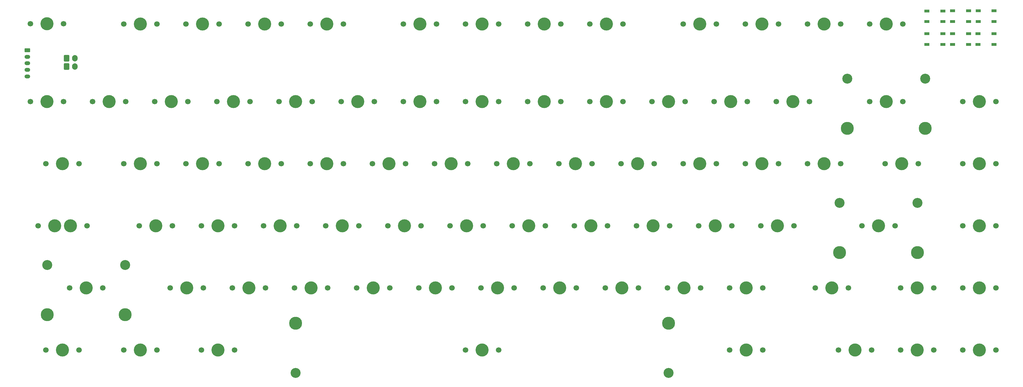
<source format=gbr>
%TF.GenerationSoftware,KiCad,Pcbnew,8.99.0-829-g0984af1676*%
%TF.CreationDate,2024-04-27T09:25:59+07:00*%
%TF.ProjectId,Nuxros75,4e757872-6f73-4373-952e-6b696361645f,rev?*%
%TF.SameCoordinates,Original*%
%TF.FileFunction,Soldermask,Top*%
%TF.FilePolarity,Negative*%
%FSLAX46Y46*%
G04 Gerber Fmt 4.6, Leading zero omitted, Abs format (unit mm)*
G04 Created by KiCad (PCBNEW 8.99.0-829-g0984af1676) date 2024-04-27 09:25:59*
%MOMM*%
%LPD*%
G01*
G04 APERTURE LIST*
G04 Aperture macros list*
%AMRoundRect*
0 Rectangle with rounded corners*
0 $1 Rounding radius*
0 $2 $3 $4 $5 $6 $7 $8 $9 X,Y pos of 4 corners*
0 Add a 4 corners polygon primitive as box body*
4,1,4,$2,$3,$4,$5,$6,$7,$8,$9,$2,$3,0*
0 Add four circle primitives for the rounded corners*
1,1,$1+$1,$2,$3*
1,1,$1+$1,$4,$5*
1,1,$1+$1,$6,$7*
1,1,$1+$1,$8,$9*
0 Add four rect primitives between the rounded corners*
20,1,$1+$1,$2,$3,$4,$5,0*
20,1,$1+$1,$4,$5,$6,$7,0*
20,1,$1+$1,$6,$7,$8,$9,0*
20,1,$1+$1,$8,$9,$2,$3,0*%
G04 Aperture macros list end*
%ADD10C,1.700000*%
%ADD11C,4.000000*%
%ADD12RoundRect,0.250000X-0.625000X0.350000X-0.625000X-0.350000X0.625000X-0.350000X0.625000X0.350000X0*%
%ADD13O,1.750000X1.200000*%
%ADD14C,3.048000*%
%ADD15C,3.987800*%
%ADD16RoundRect,0.250000X-0.600000X-0.750000X0.600000X-0.750000X0.600000X0.750000X-0.600000X0.750000X0*%
%ADD17O,1.700000X2.000000*%
%ADD18R,1.500000X0.900000*%
G04 APERTURE END LIST*
D10*
%TO.C,SW64*%
X-163697500Y-110580000D03*
D11*
X-158617500Y-110580000D03*
D10*
X-153537500Y-110580000D03*
%TD*%
%TO.C,SW24*%
X-111310000Y-53430000D03*
D11*
X-106230000Y-53430000D03*
D10*
X-101150000Y-53430000D03*
%TD*%
%TO.C,SW6*%
X-149390000Y-29620000D03*
D11*
X-144310000Y-29620000D03*
D10*
X-139230000Y-29620000D03*
%TD*%
%TO.C,SW28*%
X-35110000Y-53430000D03*
D11*
X-30030000Y-53430000D03*
D10*
X-24950000Y-53430000D03*
%TD*%
%TO.C,SW13*%
X-6540000Y-29620000D03*
D11*
X-1460000Y-29620000D03*
D10*
X3620000Y-29620000D03*
%TD*%
%TO.C,SW75*%
X-235135000Y-129630000D03*
D11*
X-230055000Y-129630000D03*
D10*
X-224975000Y-129630000D03*
%TD*%
%TO.C,SW41*%
X-63685000Y-72480000D03*
D11*
X-58605000Y-72480000D03*
D10*
X-53525000Y-72480000D03*
%TD*%
%TO.C,SW1*%
X-263720000Y-29590000D03*
D11*
X-258640000Y-29590000D03*
D10*
X-253560000Y-29590000D03*
%TD*%
%TO.C,SW67*%
X-106547500Y-110580000D03*
D11*
X-101467500Y-110580000D03*
D10*
X-96387500Y-110580000D03*
%TD*%
%TO.C,SW42*%
X-44635000Y-72480000D03*
D11*
X-39555000Y-72480000D03*
D10*
X-34475000Y-72480000D03*
%TD*%
%TO.C,SW11*%
X-44640000Y-29620000D03*
D11*
X-39560000Y-29620000D03*
D10*
X-34480000Y-29620000D03*
%TD*%
%TO.C,SW20*%
X-187510000Y-53430000D03*
D11*
X-182430000Y-53430000D03*
D10*
X-177350000Y-53430000D03*
%TD*%
%TO.C,SW26*%
X-73210000Y-53430000D03*
D11*
X-68130000Y-53430000D03*
D10*
X-63050000Y-53430000D03*
%TD*%
%TO.C,SW88*%
X22040000Y-129630000D03*
D11*
X27120000Y-129630000D03*
D10*
X32200000Y-129630000D03*
%TD*%
D12*
%TO.C,J2*%
X-264700000Y-37700000D03*
D13*
X-264700000Y-39700000D03*
X-264700000Y-41700000D03*
X-264700000Y-43700000D03*
X-264700000Y-45700000D03*
%TD*%
D10*
%TO.C,SW63*%
X-182747500Y-110580000D03*
D11*
X-177667500Y-110580000D03*
D10*
X-172587500Y-110580000D03*
%TD*%
%TO.C,SW70*%
X-49397500Y-110580000D03*
D11*
X-44317500Y-110580000D03*
D10*
X-39237500Y-110580000D03*
%TD*%
%TO.C,SW44*%
X-1772000Y-72480000D03*
D11*
X3308000Y-72480000D03*
D10*
X8388000Y-72480000D03*
%TD*%
%TO.C,SW49*%
X-192272500Y-91530000D03*
D11*
X-187192500Y-91530000D03*
D10*
X-182112500Y-91530000D03*
%TD*%
%TO.C,SW38*%
X-120835000Y-72480000D03*
D11*
X-115755000Y-72480000D03*
D10*
X-110675000Y-72480000D03*
%TD*%
%TO.C,SW84*%
X-49397000Y-129630000D03*
D11*
X-44317000Y-129630000D03*
D10*
X-39237000Y-129630000D03*
%TD*%
%TO.C,SW34*%
X-197035000Y-72480000D03*
D11*
X-191955000Y-72480000D03*
D10*
X-186875000Y-72480000D03*
%TD*%
%TO.C,SW73*%
X2990000Y-110580000D03*
D11*
X8070000Y-110580000D03*
D10*
X13150000Y-110580000D03*
%TD*%
%TO.C,SW76*%
X-211322000Y-129630000D03*
D11*
X-206242000Y-129630000D03*
D10*
X-201162000Y-129630000D03*
%TD*%
%TO.C,SW53*%
X-116072500Y-91530000D03*
D11*
X-110992500Y-91530000D03*
D10*
X-105912500Y-91530000D03*
%TD*%
%TO.C,SW27*%
X-54160000Y-53430000D03*
D11*
X-49080000Y-53430000D03*
D10*
X-44000000Y-53430000D03*
%TD*%
D14*
%TO.C,SW59*%
X-15699900Y-84545000D03*
D15*
X-15699900Y-99785000D03*
D10*
X-8841900Y-91530000D03*
D11*
X-3761900Y-91530000D03*
D10*
X1318100Y-91530000D03*
D14*
X8176100Y-84545000D03*
D15*
X8176100Y-99785000D03*
%TD*%
D10*
%TO.C,SW2*%
X-235130000Y-29610000D03*
D11*
X-230050000Y-29610000D03*
D10*
X-224970000Y-29610000D03*
%TD*%
%TO.C,SW22*%
X-149410000Y-53430000D03*
D11*
X-144330000Y-53430000D03*
D10*
X-139250000Y-53430000D03*
%TD*%
%TO.C,SW60*%
X22040000Y-91530000D03*
D11*
X27120000Y-91530000D03*
D10*
X32200000Y-91530000D03*
%TD*%
D16*
%TO.C,SWb\u00F4trst1*%
X-252600000Y-42650000D03*
D17*
X-250100000Y-42650000D03*
%TD*%
D10*
%TO.C,SW74*%
X22040000Y-110580000D03*
D11*
X27120000Y-110580000D03*
D10*
X32200000Y-110580000D03*
%TD*%
%TO.C,SW18*%
X-225610000Y-53430000D03*
D11*
X-220530000Y-53430000D03*
D10*
X-215450000Y-53430000D03*
%TD*%
%TO.C,SW45*%
X22040000Y-72480000D03*
D11*
X27120000Y-72480000D03*
D10*
X32200000Y-72480000D03*
%TD*%
%TO.C,SW86*%
X-16060000Y-129630000D03*
D11*
X-10980000Y-129630000D03*
D10*
X-5900000Y-129630000D03*
%TD*%
D18*
%TO.C,D82*%
X11020000Y-32590000D03*
X11020000Y-35890000D03*
X15920000Y-35890000D03*
X15920000Y-32590000D03*
%TD*%
%TO.C,D77*%
X23810000Y-28900000D03*
X23810000Y-25600000D03*
X18910000Y-25600000D03*
X18910000Y-28900000D03*
%TD*%
D10*
%TO.C,SW8*%
X-111290000Y-29620000D03*
D11*
X-106210000Y-29620000D03*
D10*
X-101130000Y-29620000D03*
%TD*%
%TO.C,SW30*%
X22040000Y-53430000D03*
D11*
X27120000Y-53430000D03*
D10*
X32200000Y-53430000D03*
%TD*%
%TO.C,SW65*%
X-144647500Y-110580000D03*
D11*
X-139567500Y-110580000D03*
D10*
X-134487500Y-110580000D03*
%TD*%
%TO.C,SW47*%
X-230372500Y-91530000D03*
D11*
X-225292500Y-91530000D03*
D10*
X-220212500Y-91530000D03*
%TD*%
D14*
%TO.C,SW29*%
X-13393000Y-46445000D03*
D15*
X-13393000Y-61685000D03*
D10*
X-6535000Y-53430000D03*
D11*
X-1455000Y-53430000D03*
D10*
X3625000Y-53430000D03*
D14*
X10483000Y-46445000D03*
D15*
X10483000Y-61685000D03*
%TD*%
D18*
%TO.C,D78*%
X31630000Y-28860000D03*
X31630000Y-25560000D03*
X26730000Y-25560000D03*
X26730000Y-28860000D03*
%TD*%
D10*
%TO.C,SW57*%
X-39872500Y-91530000D03*
D11*
X-34792500Y-91530000D03*
D10*
X-29712500Y-91530000D03*
%TD*%
%TO.C,SW7*%
X-130340000Y-29620000D03*
D11*
X-125260000Y-29620000D03*
D10*
X-120180000Y-29620000D03*
%TD*%
D14*
%TO.C,SW58*%
X-258587400Y-103595000D03*
D15*
X-258587400Y-118835000D03*
D10*
X-251729400Y-110580000D03*
D11*
X-246649400Y-110580000D03*
D10*
X-241569400Y-110580000D03*
D14*
X-234711400Y-103595000D03*
D15*
X-234711400Y-118835000D03*
%TD*%
D10*
%TO.C,SW36*%
X-158935000Y-72480000D03*
D11*
X-153855000Y-72480000D03*
D10*
X-148775000Y-72480000D03*
%TD*%
%TO.C,SW48*%
X-211322500Y-91530000D03*
D11*
X-206242500Y-91530000D03*
D10*
X-201162500Y-91530000D03*
%TD*%
D18*
%TO.C,D79*%
X26710000Y-32600000D03*
X26710000Y-35900000D03*
X31610000Y-35900000D03*
X31610000Y-32600000D03*
%TD*%
D10*
%TO.C,SW51*%
X-154172500Y-91530000D03*
D11*
X-149092500Y-91530000D03*
D10*
X-144012500Y-91530000D03*
%TD*%
%TO.C,SW52*%
X-135122500Y-91530000D03*
D11*
X-130042500Y-91530000D03*
D10*
X-124962500Y-91530000D03*
%TD*%
%TO.C,SW25*%
X-92260000Y-53430000D03*
D11*
X-87180000Y-53430000D03*
D10*
X-82100000Y-53430000D03*
%TD*%
%TO.C,SW61*%
X-220847500Y-110580000D03*
D11*
X-215767500Y-110580000D03*
D10*
X-210687500Y-110580000D03*
%TD*%
%TO.C,SW55*%
X-77972500Y-91530000D03*
D11*
X-72892500Y-91530000D03*
D10*
X-67812500Y-91530000D03*
%TD*%
%TO.C,SW1000*%
X-261329000Y-91530000D03*
D11*
X-256249000Y-91530000D03*
D10*
X-251169000Y-91530000D03*
%TD*%
%TO.C,SW68*%
X-87497500Y-110580000D03*
D11*
X-82417500Y-110580000D03*
D10*
X-77337500Y-110580000D03*
%TD*%
%TO.C,SW69*%
X-68447500Y-110580000D03*
D11*
X-63367500Y-110580000D03*
D10*
X-58287500Y-110580000D03*
%TD*%
%TO.C,SW56*%
X-58922500Y-91530000D03*
D11*
X-53842500Y-91530000D03*
D10*
X-48762500Y-91530000D03*
%TD*%
%TO.C,SW54*%
X-97022500Y-91530000D03*
D11*
X-91942500Y-91530000D03*
D10*
X-86862500Y-91530000D03*
%TD*%
%TO.C,SW46*%
X-256566000Y-91530000D03*
D11*
X-251486000Y-91530000D03*
D10*
X-246406000Y-91530000D03*
%TD*%
%TO.C,SW62*%
X-201797500Y-110580000D03*
D11*
X-196717500Y-110580000D03*
D10*
X-191637500Y-110580000D03*
%TD*%
%TO.C,SW32*%
X-235135000Y-72480000D03*
D11*
X-230055000Y-72480000D03*
D10*
X-224975000Y-72480000D03*
%TD*%
%TO.C,SW50*%
X-173222500Y-91530000D03*
D11*
X-168142500Y-91530000D03*
D10*
X-163062500Y-91530000D03*
%TD*%
%TO.C,SW66*%
X-125597500Y-110580000D03*
D11*
X-120517500Y-110580000D03*
D10*
X-115437500Y-110580000D03*
%TD*%
%TO.C,SW4*%
X-197030000Y-29610000D03*
D11*
X-191950000Y-29610000D03*
D10*
X-186870000Y-29610000D03*
%TD*%
%TO.C,SW5*%
X-177980000Y-29610000D03*
D11*
X-172900000Y-29610000D03*
D10*
X-167820000Y-29610000D03*
%TD*%
%TO.C,SW40*%
X-82735000Y-72480000D03*
D11*
X-77655000Y-72480000D03*
D10*
X-72575000Y-72480000D03*
%TD*%
%TO.C,SW35*%
X-177985000Y-72480000D03*
D11*
X-172905000Y-72480000D03*
D10*
X-167825000Y-72480000D03*
%TD*%
%TO.C,SW21*%
X-168460000Y-53430000D03*
D11*
X-163380000Y-53430000D03*
D10*
X-158300000Y-53430000D03*
%TD*%
%TO.C,SW9*%
X-92240000Y-29620000D03*
D11*
X-87160000Y-29620000D03*
D10*
X-82080000Y-29620000D03*
%TD*%
D16*
%TO.C,SWb\u00F4t1*%
X-252600000Y-40110000D03*
D17*
X-250100000Y-40110000D03*
%TD*%
D10*
%TO.C,SW87*%
X2990000Y-129630000D03*
D11*
X8070000Y-129630000D03*
D10*
X13150000Y-129630000D03*
%TD*%
%TO.C,SW72*%
X-258947000Y-129630000D03*
D11*
X-253867000Y-129630000D03*
D10*
X-248787000Y-129630000D03*
%TD*%
D18*
%TO.C,D14*%
X15930000Y-28920000D03*
X15930000Y-25620000D03*
X11030000Y-25620000D03*
X11030000Y-28920000D03*
%TD*%
D10*
%TO.C,SW33*%
X-216085000Y-72480000D03*
D11*
X-211005000Y-72480000D03*
D10*
X-205925000Y-72480000D03*
%TD*%
%TO.C,SW10*%
X-63690000Y-29620000D03*
D11*
X-58610000Y-29620000D03*
D10*
X-53530000Y-29620000D03*
%TD*%
%TO.C,SW71*%
X-23203500Y-110580000D03*
D11*
X-18123500Y-110580000D03*
D10*
X-13043500Y-110580000D03*
%TD*%
D15*
%TO.C,SW80*%
X-182420000Y-121387500D03*
D14*
X-182420000Y-136627500D03*
D10*
X-130350000Y-129642500D03*
D11*
X-125270000Y-129642500D03*
D10*
X-120190000Y-129642500D03*
D15*
X-68120000Y-121387500D03*
D14*
X-68120000Y-136627500D03*
%TD*%
D10*
%TO.C,SW12*%
X-25590000Y-29620000D03*
D11*
X-20510000Y-29620000D03*
D10*
X-15430000Y-29620000D03*
%TD*%
%TO.C,SW3*%
X-216080000Y-29610000D03*
D11*
X-211000000Y-29610000D03*
D10*
X-205920000Y-29610000D03*
%TD*%
%TO.C,SW23*%
X-130360000Y-53430000D03*
D11*
X-125280000Y-53430000D03*
D10*
X-120200000Y-53430000D03*
%TD*%
%TO.C,SW37*%
X-139885000Y-72480000D03*
D11*
X-134805000Y-72480000D03*
D10*
X-129725000Y-72480000D03*
%TD*%
%TO.C,SW17*%
X-244660000Y-53430000D03*
D11*
X-239580000Y-53430000D03*
D10*
X-234500000Y-53430000D03*
%TD*%
D18*
%TO.C,D81*%
X18920000Y-32590000D03*
X18920000Y-35890000D03*
X23820000Y-35890000D03*
X23820000Y-32590000D03*
%TD*%
D10*
%TO.C,SW31*%
X-258947000Y-72480000D03*
D11*
X-253867000Y-72480000D03*
D10*
X-248787000Y-72480000D03*
%TD*%
%TO.C,SW39*%
X-101785000Y-72480000D03*
D11*
X-96705000Y-72480000D03*
D10*
X-91625000Y-72480000D03*
%TD*%
%TO.C,SW19*%
X-206560000Y-53430000D03*
D11*
X-201480000Y-53430000D03*
D10*
X-196400000Y-53430000D03*
%TD*%
%TO.C,SW43*%
X-25585000Y-72480000D03*
D11*
X-20505000Y-72480000D03*
D10*
X-15425000Y-72480000D03*
%TD*%
%TO.C,SW16*%
X-263710000Y-53430000D03*
D11*
X-258630000Y-53430000D03*
D10*
X-253550000Y-53430000D03*
%TD*%
M02*

</source>
